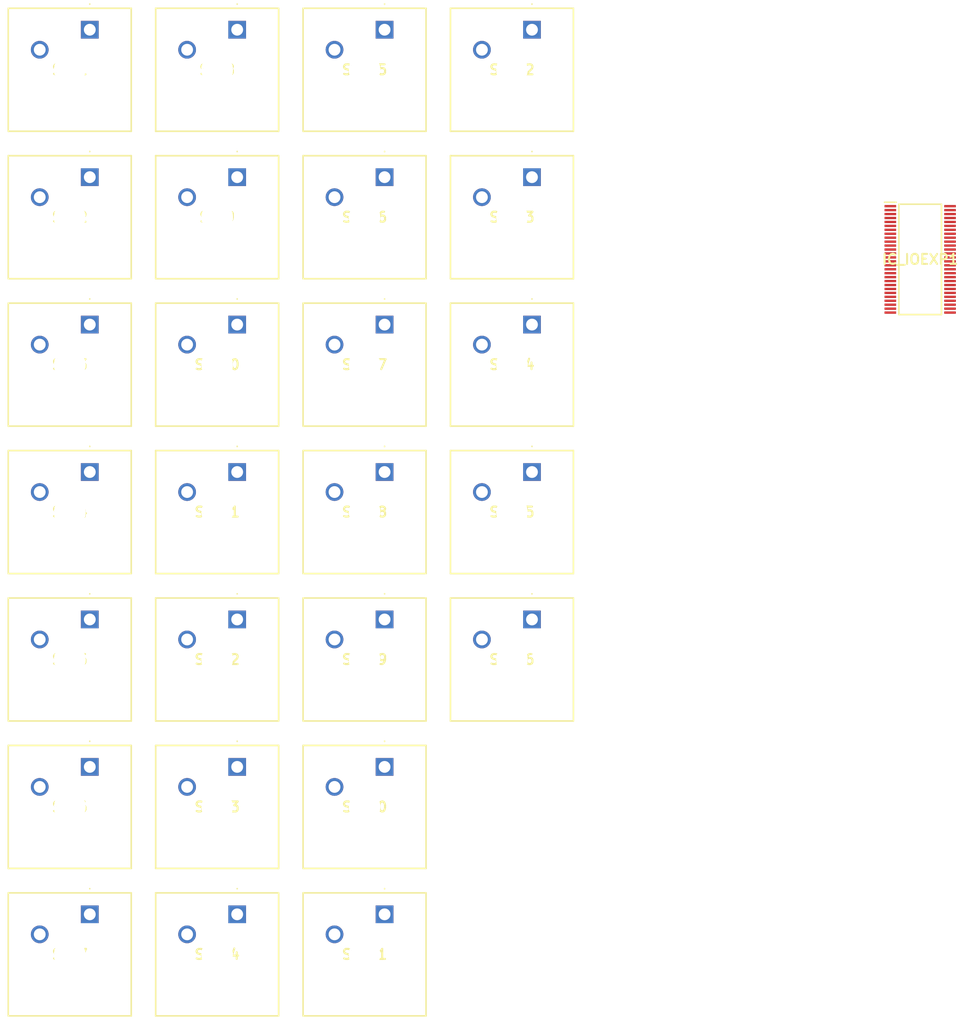
<source format=kicad_pcb>
(kicad_pcb (version 20240108) (generator "pcbnew") (generator_version "8.0")
  (title_block (title "PS-OHK") (date "2024-05-06") (rev "1") (company "Polymath-Studio"))
  (layers (0 "F.Cu" signal) (31 "B.Cu" signal) (34 "B.Paste" user) (35 "F.Paste" user) (36 "B.SilkS" user "B.Silkscreen") (37 "F.SilkS" user "F.Silkscreen") (38 "B.Mask" user) (39 "F.Mask" user) (44 "Edge.Cuts" user))
  (net 0 "")
  (net 1 "/KEY_B")
  (net 2 "GND")
  (net 3 "/KEY_C")
  (net 4 "/KEY_D")
  (net 5 "/KEY_E")
  (net 6 "/KEY_F")
  (net 7 "/KEY_G")
  (net 8 "/KEY_H")
  (net 9 "/KEY_I")
  (net 10 "/KEY_J")
  (net 11 "/KEY_K")
  (net 12 "/KEY_L")
  (net 13 "/KEY_M")
  (net 14 "/KEY_N")
  (net 15 "/KEY_O")
  (net 16 "/KEY_P")
  (net 17 "/KEY_Q")
  (net 18 "/KEY_R")
  (net 19 "/KEY_S")
  (net 20 "/KEY_T")
  (net 21 "/KEY_U")
  (net 22 "/KEY_V")
  (net 23 "/KEY_W")
  (net 24 "/KEY_X")
  (net 25 "/KEY_Y")
  (net 26 "/KEY_Z")
  (net 27 "/KEY_A")
  (footprint "COM-13834:COM13834" (layer "F.Cu") (at 115.96 127.42)
    (property "Reference" "S_A26" (at -2.54 5.08 0) (layer "F.SilkS") (effects (font (size 1.27 1.27) (thickness 0.254))))
    (property "Value" "~" (hide yes))
    (fp_line (start -10.34 -2.72) (end 5.26 -2.72) (stroke (width 0.2)) (layer "F.SilkS"))
    (fp_line (start -10.34 12.88) (end -10.34 -2.72) (stroke (width 0.2)) (layer "F.SilkS"))
    (fp_line (start 0 -3.3) (end 0 -3.3) (stroke (width 0.1)) (layer "F.SilkS"))
    (fp_line (start 0 -3.2) (end 0 -3.2) (stroke (width 0.1)) (layer "F.SilkS"))
    (fp_line (start 5.26 -2.72) (end 5.26 12.88) (stroke (width 0.2)) (layer "F.SilkS"))
    (fp_line (start 5.26 12.88) (end -10.34 12.88) (stroke (width 0.2)) (layer "F.SilkS"))
    (fp_arc (start 0 -3.3) (mid 0.05 -3.25) (end 0 -3.2) (stroke (width 0.1)) (layer "F.SilkS"))
    (fp_arc (start 0 -3.2) (mid -0.05 -3.25) (end 0 -3.3) (stroke (width 0.1)) (layer "F.SilkS"))
    (pad "" np_thru_hole circle (at -7.62 5.08) (size 1.7018 1.7018) (drill 1.7018) (layers "*.Cu" "*.Mask"))
    (pad "" np_thru_hole circle (at -2.54 5.08) (size 3.9878 3.9878) (drill 3.9878) (layers "*.Cu" "*.Mask"))
    (pad "" np_thru_hole circle (at 2.54 5.08) (size 1.7018 1.7018) (drill 1.7018) (layers "*.Cu" "*.Mask"))
    (pad "1" thru_hole rect (at 0 0) (size 2.248 2.248) (drill 1.4986) (layers "*.Cu" "*.Mask") (net 27 "/KEY_A"))
    (pad "2" thru_hole circle (at -6.35 2.54) (size 2.248 2.248) (drill 1.4986) (layers "*.Cu" "*.Mask") (net 2 "GND"))
  )
  (footprint "COM-13834:COM13834" (layer "F.Cu") (at 115.96 52.62)
    (property "Reference" "S_A22" (at -2.54 5.08 0) (layer "F.SilkS") (effects (font (size 1.27 1.27) (thickness 0.254))))
    (property "Value" "~" (hide yes))
    (fp_line (start -10.34 -2.72) (end 5.26 -2.72) (stroke (width 0.2)) (layer "F.SilkS"))
    (fp_line (start -10.34 12.88) (end -10.34 -2.72) (stroke (width 0.2)) (layer "F.SilkS"))
    (fp_line (start 0 -3.3) (end 0 -3.3) (stroke (width 0.1)) (layer "F.SilkS"))
    (fp_line (start 0 -3.2) (end 0 -3.2) (stroke (width 0.1)) (layer "F.SilkS"))
    (fp_line (start 5.26 -2.72) (end 5.26 12.88) (stroke (width 0.2)) (layer "F.SilkS"))
    (fp_line (start 5.26 12.88) (end -10.34 12.88) (stroke (width 0.2)) (layer "F.SilkS"))
    (fp_arc (start 0 -3.3) (mid 0.05 -3.25) (end 0 -3.2) (stroke (width 0.1)) (layer "F.SilkS"))
    (fp_arc (start 0 -3.2) (mid -0.05 -3.25) (end 0 -3.3) (stroke (width 0.1)) (layer "F.SilkS"))
    (pad "" np_thru_hole circle (at -7.62 5.08) (size 1.7018 1.7018) (drill 1.7018) (layers "*.Cu" "*.Mask"))
    (pad "" np_thru_hole circle (at -2.54 5.08) (size 3.9878 3.9878) (drill 3.9878) (layers "*.Cu" "*.Mask"))
    (pad "" np_thru_hole circle (at 2.54 5.08) (size 1.7018 1.7018) (drill 1.7018) (layers "*.Cu" "*.Mask"))
    (pad "1" thru_hole rect (at 0 0) (size 2.248 2.248) (drill 1.4986) (layers "*.Cu" "*.Mask") (net 23 "/KEY_W"))
    (pad "2" thru_hole circle (at -6.35 2.54) (size 2.248 2.248) (drill 1.4986) (layers "*.Cu" "*.Mask") (net 2 "GND"))
  )
  (footprint "COM-13834:COM13834" (layer "F.Cu") (at 59.86 108.72)
    (property "Reference" "S_A4" (at -2.54 5.08 0) (layer "F.SilkS") (effects (font (size 1.27 1.27) (thickness 0.254))))
    (property "Value" "~" (hide yes))
    (fp_line (start -10.34 -2.72) (end 5.26 -2.72) (stroke (width 0.2)) (layer "F.SilkS"))
    (fp_line (start -10.34 12.88) (end -10.34 -2.72) (stroke (width 0.2)) (layer "F.SilkS"))
    (fp_line (start 0 -3.3) (end 0 -3.3) (stroke (width 0.1)) (layer "F.SilkS"))
    (fp_line (start 0 -3.2) (end 0 -3.2) (stroke (width 0.1)) (layer "F.SilkS"))
    (fp_line (start 5.26 -2.72) (end 5.26 12.88) (stroke (width 0.2)) (layer "F.SilkS"))
    (fp_line (start 5.26 12.88) (end -10.34 12.88) (stroke (width 0.2)) (layer "F.SilkS"))
    (fp_arc (start 0 -3.3) (mid 0.05 -3.25) (end 0 -3.2) (stroke (width 0.1)) (layer "F.SilkS"))
    (fp_arc (start 0 -3.2) (mid -0.05 -3.25) (end 0 -3.3) (stroke (width 0.1)) (layer "F.SilkS"))
    (pad "" np_thru_hole circle (at -7.62 5.08) (size 1.7018 1.7018) (drill 1.7018) (layers "*.Cu" "*.Mask"))
    (pad "" np_thru_hole circle (at -2.54 5.08) (size 3.9878 3.9878) (drill 3.9878) (layers "*.Cu" "*.Mask"))
    (pad "" np_thru_hole circle (at 2.54 5.08) (size 1.7018 1.7018) (drill 1.7018) (layers "*.Cu" "*.Mask"))
    (pad "1" thru_hole rect (at 0 0) (size 2.248 2.248) (drill 1.4986) (layers "*.Cu" "*.Mask") (net 5 "/KEY_E"))
    (pad "2" thru_hole circle (at -6.35 2.54) (size 2.248 2.248) (drill 1.4986) (layers "*.Cu" "*.Mask") (net 2 "GND"))
  )
  (footprint "COM-13834:COM13834" (layer "F.Cu") (at 59.86 127.42)
    (property "Reference" "S_A5" (at -2.54 5.08 0) (layer "F.SilkS") (effects (font (size 1.27 1.27) (thickness 0.254))))
    (property "Value" "~" (hide yes))
    (fp_line (start -10.34 -2.72) (end 5.26 -2.72) (stroke (width 0.2)) (layer "F.SilkS"))
    (fp_line (start -10.34 12.88) (end -10.34 -2.72) (stroke (width 0.2)) (layer "F.SilkS"))
    (fp_line (start 0 -3.3) (end 0 -3.3) (stroke (width 0.1)) (layer "F.SilkS"))
    (fp_line (start 0 -3.2) (end 0 -3.2) (stroke (width 0.1)) (layer "F.SilkS"))
    (fp_line (start 5.26 -2.72) (end 5.26 12.88) (stroke (width 0.2)) (layer "F.SilkS"))
    (fp_line (start 5.26 12.88) (end -10.34 12.88) (stroke (width 0.2)) (layer "F.SilkS"))
    (fp_arc (start 0 -3.3) (mid 0.05 -3.25) (end 0 -3.2) (stroke (width 0.1)) (layer "F.SilkS"))
    (fp_arc (start 0 -3.2) (mid -0.05 -3.25) (end 0 -3.3) (stroke (width 0.1)) (layer "F.SilkS"))
    (pad "" np_thru_hole circle (at -7.62 5.08) (size 1.7018 1.7018) (drill 1.7018) (layers "*.Cu" "*.Mask"))
    (pad "" np_thru_hole circle (at -2.54 5.08) (size 3.9878 3.9878) (drill 3.9878) (layers "*.Cu" "*.Mask"))
    (pad "" np_thru_hole circle (at 2.54 5.08) (size 1.7018 1.7018) (drill 1.7018) (layers "*.Cu" "*.Mask"))
    (pad "1" thru_hole rect (at 0 0) (size 2.248 2.248) (drill 1.4986) (layers "*.Cu" "*.Mask") (net 6 "/KEY_F"))
    (pad "2" thru_hole circle (at -6.35 2.54) (size 2.248 2.248) (drill 1.4986) (layers "*.Cu" "*.Mask") (net 2 "GND"))
  )
  (footprint "COM-13834:COM13834" (layer "F.Cu") (at 78.56 146.12)
    (property "Reference" "S_A13" (at -2.54 5.08 0) (layer "F.SilkS") (effects (font (size 1.27 1.27) (thickness 0.254))))
    (property "Value" "~" (hide yes))
    (fp_line (start -10.34 -2.72) (end 5.26 -2.72) (stroke (width 0.2)) (layer "F.SilkS"))
    (fp_line (start -10.34 12.88) (end -10.34 -2.72) (stroke (width 0.2)) (layer "F.SilkS"))
    (fp_line (start 0 -3.3) (end 0 -3.3) (stroke (width 0.1)) (layer "F.SilkS"))
    (fp_line (start 0 -3.2) (end 0 -3.2) (stroke (width 0.1)) (layer "F.SilkS"))
    (fp_line (start 5.26 -2.72) (end 5.26 12.88) (stroke (width 0.2)) (layer "F.SilkS"))
    (fp_line (start 5.26 12.88) (end -10.34 12.88) (stroke (width 0.2)) (layer "F.SilkS"))
    (fp_arc (start 0 -3.3) (mid 0.05 -3.25) (end 0 -3.2) (stroke (width 0.1)) (layer "F.SilkS"))
    (fp_arc (start 0 -3.2) (mid -0.05 -3.25) (end 0 -3.3) (stroke (width 0.1)) (layer "F.SilkS"))
    (pad "" np_thru_hole circle (at -7.62 5.08) (size 1.7018 1.7018) (drill 1.7018) (layers "*.Cu" "*.Mask"))
    (pad "" np_thru_hole circle (at -2.54 5.08) (size 3.9878 3.9878) (drill 3.9878) (layers "*.Cu" "*.Mask"))
    (pad "" np_thru_hole circle (at 2.54 5.08) (size 1.7018 1.7018) (drill 1.7018) (layers "*.Cu" "*.Mask"))
    (pad "1" thru_hole rect (at 0 0) (size 2.248 2.248) (drill 1.4986) (layers "*.Cu" "*.Mask") (net 14 "/KEY_N"))
    (pad "2" thru_hole circle (at -6.35 2.54) (size 2.248 2.248) (drill 1.4986) (layers "*.Cu" "*.Mask") (net 2 "GND"))
  )
  (footprint "COM-13834:COM13834" (layer "F.Cu") (at 97.26 71.32)
    (property "Reference" "S_A16" (at -2.54 5.08 0) (layer "F.SilkS") (effects (font (size 1.27 1.27) (thickness 0.254))))
    (property "Value" "~" (hide yes))
    (fp_line (start -10.34 -2.72) (end 5.26 -2.72) (stroke (width 0.2)) (layer "F.SilkS"))
    (fp_line (start -10.34 12.88) (end -10.34 -2.72) (stroke (width 0.2)) (layer "F.SilkS"))
    (fp_line (start 0 -3.3) (end 0 -3.3) (stroke (width 0.1)) (layer "F.SilkS"))
    (fp_line (start 0 -3.2) (end 0 -3.2) (stroke (width 0.1)) (layer "F.SilkS"))
    (fp_line (start 5.26 -2.72) (end 5.26 12.88) (stroke (width 0.2)) (layer "F.SilkS"))
    (fp_line (start 5.26 12.88) (end -10.34 12.88) (stroke (width 0.2)) (layer "F.SilkS"))
    (fp_arc (start 0 -3.3) (mid 0.05 -3.25) (end 0 -3.2) (stroke (width 0.1)) (layer "F.SilkS"))
    (fp_arc (start 0 -3.2) (mid -0.05 -3.25) (end 0 -3.3) (stroke (width 0.1)) (layer "F.SilkS"))
    (pad "" np_thru_hole circle (at -7.62 5.08) (size 1.7018 1.7018) (drill 1.7018) (layers "*.Cu" "*.Mask"))
    (pad "" np_thru_hole circle (at -2.54 5.08) (size 3.9878 3.9878) (drill 3.9878) (layers "*.Cu" "*.Mask"))
    (pad "" np_thru_hole circle (at 2.54 5.08) (size 1.7018 1.7018) (drill 1.7018) (layers "*.Cu" "*.Mask"))
    (pad "1" thru_hole rect (at 0 0) (size 2.248 2.248) (drill 1.4986) (layers "*.Cu" "*.Mask") (net 17 "/KEY_Q"))
    (pad "2" thru_hole circle (at -6.35 2.54) (size 2.248 2.248) (drill 1.4986) (layers "*.Cu" "*.Mask") (net 2 "GND"))
  )
  (footprint "COM-13834:COM13834" (layer "F.Cu") (at 97.26 108.72)
    (property "Reference" "S_A18" (at -2.54 5.08 0) (layer "F.SilkS") (effects (font (size 1.27 1.27) (thickness 0.254))))
    (property "Value" "~" (hide yes))
    (fp_line (start -10.34 -2.72) (end 5.26 -2.72) (stroke (width 0.2)) (layer "F.SilkS"))
    (fp_line (start -10.34 12.88) (end -10.34 -2.72) (stroke (width 0.2)) (layer "F.SilkS"))
    (fp_line (start 0 -3.3) (end 0 -3.3) (stroke (width 0.1)) (layer "F.SilkS"))
    (fp_line (start 0 -3.2) (end 0 -3.2) (stroke (width 0.1)) (layer "F.SilkS"))
    (fp_line (start 5.26 -2.72) (end 5.26 12.88) (stroke (width 0.2)) (layer "F.SilkS"))
    (fp_line (start 5.26 12.88) (end -10.34 12.88) (stroke (width 0.2)) (layer "F.SilkS"))
    (fp_arc (start 0 -3.3) (mid 0.05 -3.25) (end 0 -3.2) (stroke (width 0.1)) (layer "F.SilkS"))
    (fp_arc (start 0 -3.2) (mid -0.05 -3.25) (end 0 -3.3) (stroke (width 0.1)) (layer "F.SilkS"))
    (pad "" np_thru_hole circle (at -7.62 5.08) (size 1.7018 1.7018) (drill 1.7018) (layers "*.Cu" "*.Mask"))
    (pad "" np_thru_hole circle (at -2.54 5.08) (size 3.9878 3.9878) (drill 3.9878) (layers "*.Cu" "*.Mask"))
    (pad "" np_thru_hole circle (at 2.54 5.08) (size 1.7018 1.7018) (drill 1.7018) (layers "*.Cu" "*.Mask"))
    (pad "1" thru_hole rect (at 0 0) (size 2.248 2.248) (drill 1.4986) (layers "*.Cu" "*.Mask") (net 19 "/KEY_S"))
    (pad "2" thru_hole circle (at -6.35 2.54) (size 2.248 2.248) (drill 1.4986) (layers "*.Cu" "*.Mask") (net 2 "GND"))
  )
  (footprint "COM-13834:COM13834" (layer "F.Cu") (at 78.56 90.02)
    (property "Reference" "S_A10" (at -2.54 5.08 0) (layer "F.SilkS") (effects (font (size 1.27 1.27) (thickness 0.254))))
    (property "Value" "~" (hide yes))
    (fp_line (start -10.34 -2.72) (end 5.26 -2.72) (stroke (width 0.2)) (layer "F.SilkS"))
    (fp_line (start -10.34 12.88) (end -10.34 -2.72) (stroke (width 0.2)) (layer "F.SilkS"))
    (fp_line (start 0 -3.3) (end 0 -3.3) (stroke (width 0.1)) (layer "F.SilkS"))
    (fp_line (start 0 -3.2) (end 0 -3.2) (stroke (width 0.1)) (layer "F.SilkS"))
    (fp_line (start 5.26 -2.72) (end 5.26 12.88) (stroke (width 0.2)) (layer "F.SilkS"))
    (fp_line (start 5.26 12.88) (end -10.34 12.88) (stroke (width 0.2)) (layer "F.SilkS"))
    (fp_arc (start 0 -3.3) (mid 0.05 -3.25) (end 0 -3.2) (stroke (width 0.1)) (layer "F.SilkS"))
    (fp_arc (start 0 -3.2) (mid -0.05 -3.25) (end 0 -3.3) (stroke (width 0.1)) (layer "F.SilkS"))
    (pad "" np_thru_hole circle (at -7.62 5.08) (size 1.7018 1.7018) (drill 1.7018) (layers "*.Cu" "*.Mask"))
    (pad "" np_thru_hole circle (at -2.54 5.08) (size 3.9878 3.9878) (drill 3.9878) (layers "*.Cu" "*.Mask"))
    (pad "" np_thru_hole circle (at 2.54 5.08) (size 1.7018 1.7018) (drill 1.7018) (layers "*.Cu" "*.Mask"))
    (pad "1" thru_hole rect (at 0 0) (size 2.248 2.248) (drill 1.4986) (layers "*.Cu" "*.Mask") (net 11 "/KEY_K"))
    (pad "2" thru_hole circle (at -6.35 2.54) (size 2.248 2.248) (drill 1.4986) (layers "*.Cu" "*.Mask") (net 2 "GND"))
  )
  (footprint "COM-13834:COM13834" (layer "F.Cu") (at 97.26 164.82)
    (property "Reference" "S_A21" (at -2.54 5.08 0) (layer "F.SilkS") (effects (font (size 1.27 1.27) (thickness 0.254))))
    (property "Value" "~" (hide yes))
    (fp_line (start -10.34 -2.72) (end 5.26 -2.72) (stroke (width 0.2)) (layer "F.SilkS"))
    (fp_line (start -10.34 12.88) (end -10.34 -2.72) (stroke (width 0.2)) (layer "F.SilkS"))
    (fp_line (start 0 -3.3) (end 0 -3.3) (stroke (width 0.1)) (layer "F.SilkS"))
    (fp_line (start 0 -3.2) (end 0 -3.2) (stroke (width 0.1)) (layer "F.SilkS"))
    (fp_line (start 5.26 -2.72) (end 5.26 12.88) (stroke (width 0.2)) (layer "F.SilkS"))
    (fp_line (start 5.26 12.88) (end -10.34 12.88) (stroke (width 0.2)) (layer "F.SilkS"))
    (fp_arc (start 0 -3.3) (mid 0.05 -3.25) (end 0 -3.2) (stroke (width 0.1)) (layer "F.SilkS"))
    (fp_arc (start 0 -3.2) (mid -0.05 -3.25) (end 0 -3.3) (stroke (width 0.1)) (layer "F.SilkS"))
    (pad "" np_thru_hole circle (at -7.62 5.08) (size 1.7018 1.7018) (drill 1.7018) (layers "*.Cu" "*.Mask"))
    (pad "" np_thru_hole circle (at -2.54 5.08) (size 3.9878 3.9878) (drill 3.9878) (layers "*.Cu" "*.Mask"))
    (pad "" np_thru_hole circle (at 2.54 5.08) (size 1.7018 1.7018) (drill 1.7018) (layers "*.Cu" "*.Mask"))
    (pad "1" thru_hole rect (at 0 0) (size 2.248 2.248) (drill 1.4986) (layers "*.Cu" "*.Mask") (net 22 "/KEY_V"))
    (pad "2" thru_hole circle (at -6.35 2.54) (size 2.248 2.248) (drill 1.4986) (layers "*.Cu" "*.Mask") (net 2 "GND"))
  )
  (footprint "COM-13834:COM13834" (layer "F.Cu") (at 115.96 71.32)
    (property "Reference" "S_A23" (at -2.54 5.08 0) (layer "F.SilkS") (effects (font (size 1.27 1.27) (thickness 0.254))))
    (property "Value" "~" (hide yes))
    (fp_line (start -10.34 -2.72) (end 5.26 -2.72) (stroke (width 0.2)) (layer "F.SilkS"))
    (fp_line (start -10.34 12.88) (end -10.34 -2.72) (stroke (width 0.2)) (layer "F.SilkS"))
    (fp_line (start 0 -3.3) (end 0 -3.3) (stroke (width 0.1)) (layer "F.SilkS"))
    (fp_line (start 0 -3.2) (end 0 -3.2) (stroke (width 0.1)) (layer "F.SilkS"))
    (fp_line (start 5.26 -2.72) (end 5.26 12.88) (stroke (width 0.2)) (layer "F.SilkS"))
    (fp_line (start 5.26 12.88) (end -10.34 12.88) (stroke (width 0.2)) (layer "F.SilkS"))
    (fp_arc (start 0 -3.3) (mid 0.05 -3.25) (end 0 -3.2) (stroke (width 0.1)) (layer "F.SilkS"))
    (fp_arc (start 0 -3.2) (mid -0.05 -3.25) (end 0 -3.3) (stroke (width 0.1)) (layer "F.SilkS"))
    (pad "" np_thru_hole circle (at -7.62 5.08) (size 1.7018 1.7018) (drill 1.7018) (layers "*.Cu" "*.Mask"))
    (pad "" np_thru_hole circle (at -2.54 5.08) (size 3.9878 3.9878) (drill 3.9878) (layers "*.Cu" "*.Mask"))
    (pad "" np_thru_hole circle (at 2.54 5.08) (size 1.7018 1.7018) (drill 1.7018) (layers "*.Cu" "*.Mask"))
    (pad "1" thru_hole rect (at 0 0) (size 2.248 2.248) (drill 1.4986) (layers "*.Cu" "*.Mask") (net 24 "/KEY_X"))
    (pad "2" thru_hole circle (at -6.35 2.54) (size 2.248 2.248) (drill 1.4986) (layers "*.Cu" "*.Mask") (net 2 "GND"))
  )
  (footprint "COM-13834:COM13834" (layer "F.Cu") (at 78.56 52.62)
    (property "Reference" "S_A8" (at -2.54 5.08 0) (layer "F.SilkS") (effects (font (size 1.27 1.27) (thickness 0.254))))
    (property "Value" "~" (hide yes))
    (fp_line (start -10.34 -2.72) (end 5.26 -2.72) (stroke (width 0.2)) (layer "F.SilkS"))
    (fp_line (start -10.34 12.88) (end -10.34 -2.72) (stroke (width 0.2)) (layer "F.SilkS"))
    (fp_line (start 0 -3.3) (end 0 -3.3) (stroke (width 0.1)) (layer "F.SilkS"))
    (fp_line (start 0 -3.2) (end 0 -3.2) (stroke (width 0.1)) (layer "F.SilkS"))
    (fp_line (start 5.26 -2.72) (end 5.26 12.88) (stroke (width 0.2)) (layer "F.SilkS"))
    (fp_line (start 5.26 12.88) (end -10.34 12.88) (stroke (width 0.2)) (layer "F.SilkS"))
    (fp_arc (start 0 -3.3) (mid 0.05 -3.25) (end 0 -3.2) (stroke (width 0.1)) (layer "F.SilkS"))
    (fp_arc (start 0 -3.2) (mid -0.05 -3.25) (end 0 -3.3) (stroke (width 0.1)) (layer "F.SilkS"))
    (pad "" np_thru_hole circle (at -7.62 5.08) (size 1.7018 1.7018) (drill 1.7018) (layers "*.Cu" "*.Mask"))
    (pad "" np_thru_hole circle (at -2.54 5.08) (size 3.9878 3.9878) (drill 3.9878) (layers "*.Cu" "*.Mask"))
    (pad "" np_thru_hole circle (at 2.54 5.08) (size 1.7018 1.7018) (drill 1.7018) (layers "*.Cu" "*.Mask"))
    (pad "1" thru_hole rect (at 0 0) (size 2.248 2.248) (drill 1.4986) (layers "*.Cu" "*.Mask") (net 9 "/KEY_I"))
    (pad "2" thru_hole circle (at -6.35 2.54) (size 2.248 2.248) (drill 1.4986) (layers "*.Cu" "*.Mask") (net 2 "GND"))
  )
  (footprint "COM-13834:COM13834" (layer "F.Cu") (at 78.56 71.32)
    (property "Reference" "S_A9" (at -2.54 5.08 0) (layer "F.SilkS") (effects (font (size 1.27 1.27) (thickness 0.254))))
    (property "Value" "~" (hide yes))
    (fp_line (start -10.34 -2.72) (end 5.26 -2.72) (stroke (width 0.2)) (layer "F.SilkS"))
    (fp_line (start -10.34 12.88) (end -10.34 -2.72) (stroke (width 0.2)) (layer "F.SilkS"))
    (fp_line (start 0 -3.3) (end 0 -3.3) (stroke (width 0.1)) (layer "F.SilkS"))
    (fp_line (start 0 -3.2) (end 0 -3.2) (stroke (width 0.1)) (layer "F.SilkS"))
    (fp_line (start 5.26 -2.72) (end 5.26 12.88) (stroke (width 0.2)) (layer "F.SilkS"))
    (fp_line (start 5.26 12.88) (end -10.34 12.88) (stroke (width 0.2)) (layer "F.SilkS"))
    (fp_arc (start 0 -3.3) (mid 0.05 -3.25) (end 0 -3.2) (stroke (width 0.1)) (layer "F.SilkS"))
    (fp_arc (start 0 -3.2) (mid -0.05 -3.25) (end 0 -3.3) (stroke (width 0.1)) (layer "F.SilkS"))
    (pad "" np_thru_hole circle (at -7.62 5.08) (size 1.7018 1.7018) (drill 1.7018) (layers "*.Cu" "*.Mask"))
    (pad "" np_thru_hole circle (at -2.54 5.08) (size 3.9878 3.9878) (drill 3.9878) (layers "*.Cu" "*.Mask"))
    (pad "" np_thru_hole circle (at 2.54 5.08) (size 1.7018 1.7018) (drill 1.7018) (layers "*.Cu" "*.Mask"))
    (pad "1" thru_hole rect (at 0 0) (size 2.248 2.248) (drill 1.4986) (layers "*.Cu" "*.Mask") (net 10 "/KEY_J"))
    (pad "2" thru_hole circle (at -6.35 2.54) (size 2.248 2.248) (drill 1.4986) (layers "*.Cu" "*.Mask") (net 2 "GND"))
  )
  (footprint "COM-13834:COM13834" (layer "F.Cu") (at 78.56 127.42)
    (property "Reference" "S_A12" (at -2.54 5.08 0) (layer "F.SilkS") (effects (font (size 1.27 1.27) (thickness 0.254))))
    (property "Value" "~" (hide yes))
    (fp_line (start -10.34 -2.72) (end 5.26 -2.72) (stroke (width 0.2)) (layer "F.SilkS"))
    (fp_line (start -10.34 12.88) (end -10.34 -2.72) (stroke (width 0.2)) (layer "F.SilkS"))
    (fp_line (start 0 -3.3) (end 0 -3.3) (stroke (width 0.1)) (layer "F.SilkS"))
    (fp_line (start 0 -3.2) (end 0 -3.2) (stroke (width 0.1)) (layer "F.SilkS"))
    (fp_line (start 5.26 -2.72) (end 5.26 12.88) (stroke (width 0.2)) (layer "F.SilkS"))
    (fp_line (start 5.26 12.88) (end -10.34 12.88) (stroke (width 0.2)) (layer "F.SilkS"))
    (fp_arc (start 0 -3.3) (mid 0.05 -3.25) (end 0 -3.2) (stroke (width 0.1)) (layer "F.SilkS"))
    (fp_arc (start 0 -3.2) (mid -0.05 -3.25) (end 0 -3.3) (stroke (width 0.1)) (layer "F.SilkS"))
    (pad "" np_thru_hole circle (at -7.62 5.08) (size 1.7018 1.7018) (drill 1.7018) (layers "*.Cu" "*.Mask"))
    (pad "" np_thru_hole circle (at -2.54 5.08) (size 3.9878 3.9878) (drill 3.9878) (layers "*.Cu" "*.Mask"))
    (pad "" np_thru_hole circle (at 2.54 5.08) (size 1.7018 1.7018) (drill 1.7018) (layers "*.Cu" "*.Mask"))
    (pad "1" thru_hole rect (at 0 0) (size 2.248 2.248) (drill 1.4986) (layers "*.Cu" "*.Mask") (net 13 "/KEY_M"))
    (pad "2" thru_hole circle (at -6.35 2.54) (size 2.248 2.248) (drill 1.4986) (layers "*.Cu" "*.Mask") (net 2 "GND"))
  )
  (footprint "COM-13834:COM13834" (layer "F.Cu") (at 97.26 90.02)
    (property "Reference" "S_A17" (at -2.54 5.08 0) (layer "F.SilkS") (effects (font (size 1.27 1.27) (thickness 0.254))))
    (property "Value" "~" (hide yes))
    (fp_line (start -10.34 -2.72) (end 5.26 -2.72) (stroke (width 0.2)) (layer "F.SilkS"))
    (fp_line (start -10.34 12.88) (end -10.34 -2.72) (stroke (width 0.2)) (layer "F.SilkS"))
    (fp_line (start 0 -3.3) (end 0 -3.3) (stroke (width 0.1)) (layer "F.SilkS"))
    (fp_line (start 0 -3.2) (end 0 -3.2) (stroke (width 0.1)) (layer "F.SilkS"))
    (fp_line (start 5.26 -2.72) (end 5.26 12.88) (stroke (width 0.2)) (layer "F.SilkS"))
    (fp_line (start 5.26 12.88) (end -10.34 12.88) (stroke (width 0.2)) (layer "F.SilkS"))
    (fp_arc (start 0 -3.3) (mid 0.05 -3.25) (end 0 -3.2) (stroke (width 0.1)) (layer "F.SilkS"))
    (fp_arc (start 0 -3.2) (mid -0.05 -3.25) (end 0 -3.3) (stroke (width 0.1)) (layer "F.SilkS"))
    (pad "" np_thru_hole circle (at -7.62 5.08) (size 1.7018 1.7018) (drill 1.7018) (layers "*.Cu" "*.Mask"))
    (pad "" np_thru_hole circle (at -2.54 5.08) (size 3.9878 3.9878) (drill 3.9878) (layers "*.Cu" "*.Mask"))
    (pad "" np_thru_hole circle (at 2.54 5.08) (size 1.7018 1.7018) (drill 1.7018) (layers "*.Cu" "*.Mask"))
    (pad "1" thru_hole rect (at 0 0) (size 2.248 2.248) (drill 1.4986) (layers "*.Cu" "*.Mask") (net 18 "/KEY_R"))
    (pad "2" thru_hole circle (at -6.35 2.54) (size 2.248 2.248) (drill 1.4986) (layers "*.Cu" "*.Mask") (net 2 "GND"))
  )
  (footprint "COM-13834:COM13834" (layer "F.Cu") (at 115.96 90.02)
    (property "Reference" "S_A24" (at -2.54 5.08 0) (layer "F.SilkS") (effects (font (size 1.27 1.27) (thickness 0.254))))
    (property "Value" "~" (hide yes))
    (fp_line (start -10.34 -2.72) (end 5.26 -2.72) (stroke (width 0.2)) (layer "F.SilkS"))
    (fp_line (start -10.34 12.88) (end -10.34 -2.72) (stroke (width 0.2)) (layer "F.SilkS"))
    (fp_line (start 0 -3.3) (end 0 -3.3) (stroke (width 0.1)) (layer "F.SilkS"))
    (fp_line (start 0 -3.2) (end 0 -3.2) (stroke (width 0.1)) (layer "F.SilkS"))
    (fp_line (start 5.26 -2.72) (end 5.26 12.88) (stroke (width 0.2)) (layer "F.SilkS"))
    (fp_line (start 5.26 12.88) (end -10.34 12.88) (stroke (width 0.2)) (layer "F.SilkS"))
    (fp_arc (start 0 -3.3) (mid 0.05 -3.25) (end 0 -3.2) (stroke (width 0.1)) (layer "F.SilkS"))
    (fp_arc (start 0 -3.2) (mid -0.05 -3.25) (end 0 -3.3) (stroke (width 0.1)) (layer "F.SilkS"))
    (pad "" np_thru_hole circle (at -7.62 5.08) (size 1.7018 1.7018) (drill 1.7018) (layers "*.Cu" "*.Mask"))
    (pad "" np_thru_hole circle (at -2.54 5.08) (size 3.9878 3.9878) (drill 3.9878) (layers "*.Cu" "*.Mask"))
    (pad "" np_thru_hole circle (at 2.54 5.08) (size 1.7018 1.7018) (drill 1.7018) (layers "*.Cu" "*.Mask"))
    (pad "1" thru_hole rect (at 0 0) (size 2.248 2.248) (drill 1.4986) (layers "*.Cu" "*.Mask") (net 25 "/KEY_Y"))
    (pad "2" thru_hole circle (at -6.35 2.54) (size 2.248 2.248) (drill 1.4986) (layers "*.Cu" "*.Mask") (net 2 "GND"))
  )
  (footprint "COM-13834:COM13834" (layer "F.Cu") (at 59.86 90.02)
    (property "Reference" "S_A3" (at -2.54 5.08 0) (layer "F.SilkS") (effects (font (size 1.27 1.27) (thickness 0.254))))
    (property "Value" "~" (hide yes))
    (fp_line (start -10.34 -2.72) (end 5.26 -2.72) (stroke (width 0.2)) (layer "F.SilkS"))
    (fp_line (start -10.34 12.88) (end -10.34 -2.72) (stroke (width 0.2)) (layer "F.SilkS"))
    (fp_line (start 0 -3.3) (end 0 -3.3) (stroke (width 0.1)) (layer "F.SilkS"))
    (fp_line (start 0 -3.2) (end 0 -3.2) (stroke (width 0.1)) (layer "F.SilkS"))
    (fp_line (start 5.26 -2.72) (end 5.26 12.88) (stroke (width 0.2)) (layer "F.SilkS"))
    (fp_line (start 5.26 12.88) (end -10.34 12.88) (stroke (width 0.2)) (layer "F.SilkS"))
    (fp_arc (start 0 -3.3) (mid 0.05 -3.25) (end 0 -3.2) (stroke (width 0.1)) (layer "F.SilkS"))
    (fp_arc (start 0 -3.2) (mid -0.05 -3.25) (end 0 -3.3) (stroke (width 0.1)) (layer "F.SilkS"))
    (pad "" np_thru_hole circle (at -7.62 5.08) (size 1.7018 1.7018) (drill 1.7018) (layers "*.Cu" "*.Mask"))
    (pad "" np_thru_hole circle (at -2.54 5.08) (size 3.9878 3.9878) (drill 3.9878) (layers "*.Cu" "*.Mask"))
    (pad "" np_thru_hole circle (at 2.54 5.08) (size 1.7018 1.7018) (drill 1.7018) (layers "*.Cu" "*.Mask"))
    (pad "1" thru_hole rect (at 0 0) (size 2.248 2.248) (drill 1.4986) (layers "*.Cu" "*.Mask") (net 4 "/KEY_D"))
    (pad "2" thru_hole circle (at -6.35 2.54) (size 2.248 2.248) (drill 1.4986) (layers "*.Cu" "*.Mask") (net 2 "GND"))
  )
  (footprint "COM-13834:COM13834" (layer "F.Cu") (at 78.56 164.82)
    (property "Reference" "S_A14" (at -2.54 5.08 0) (layer "F.SilkS") (effects (font (size 1.27 1.27) (thickness 0.254))))
    (property "Value" "~" (hide yes))
    (fp_line (start -10.34 -2.72) (end 5.26 -2.72) (stroke (width 0.2)) (layer "F.SilkS"))
    (fp_line (start -10.34 12.88) (end -10.34 -2.72) (stroke (width 0.2)) (layer "F.SilkS"))
    (fp_line (start 0 -3.3) (end 0 -3.3) (stroke (width 0.1)) (layer "F.SilkS"))
    (fp_line (start 0 -3.2) (end 0 -3.2) (stroke (width 0.1)) (layer "F.SilkS"))
    (fp_line (start 5.26 -2.72) (end 5.26 12.88) (stroke (width 0.2)) (layer "F.SilkS"))
    (fp_line (start 5.26 12.88) (end -10.34 12.88) (stroke (width 0.2)) (layer "F.SilkS"))
    (fp_arc (start 0 -3.3) (mid 0.05 -3.25) (end 0 -3.2) (stroke (width 0.1)) (layer "F.SilkS"))
    (fp_arc (start 0 -3.2) (mid -0.05 -3.25) (end 0 -3.3) (stroke (width 0.1)) (layer "F.SilkS"))
    (pad "" np_thru_hole circle (at -7.62 5.08) (size 1.7018 1.7018) (drill 1.7018) (layers "*.Cu" "*.Mask"))
    (pad "" np_thru_hole circle (at -2.54 5.08) (size 3.9878 3.9878) (drill 3.9878) (layers "*.Cu" "*.Mask"))
    (pad "" np_thru_hole circle (at 2.54 5.08) (size 1.7018 1.7018) (drill 1.7018) (layers "*.Cu" "*.Mask"))
    (pad "1" thru_hole rect (at 0 0) (size 2.248 2.248) (drill 1.4986) (layers "*.Cu" "*.Mask") (net 15 "/KEY_O"))
    (pad "2" thru_hole circle (at -6.35 2.54) (size 2.248 2.248) (drill 1.4986) (layers "*.Cu" "*.Mask") (net 2 "GND"))
  )
  (footprint "COM-13834:COM13834" (layer "F.Cu") (at 97.26 146.12)
    (property "Reference" "S_A20" (at -2.54 5.08 0) (layer "F.SilkS") (effects (font (size 1.27 1.27) (thickness 0.254))))
    (property "Value" "~" (hide yes))
    (fp_line (start -10.34 -2.72) (end 5.26 -2.72) (stroke (width 0.2)) (layer "F.SilkS"))
    (fp_line (start -10.34 12.88) (end -10.34 -2.72) (stroke (width 0.2)) (layer "F.SilkS"))
    (fp_line (start 0 -3.3) (end 0 -3.3) (stroke (width 0.1)) (layer "F.SilkS"))
    (fp_line (start 0 -3.2) (end 0 -3.2) (stroke (width 0.1)) (layer "F.SilkS"))
    (fp_line (start 5.26 -2.72) (end 5.26 12.88) (stroke (width 0.2)) (layer "F.SilkS"))
    (fp_line (start 5.26 12.88) (end -10.34 12.88) (stroke (width 0.2)) (layer "F.SilkS"))
    (fp_arc (start 0 -3.3) (mid 0.05 -3.25) (end 0 -3.2) (stroke (width 0.1)) (layer "F.SilkS"))
    (fp_arc (start 0 -3.2) (mid -0.05 -3.25) (end 0 -3.3) (stroke (width 0.1)) (layer "F.SilkS"))
    (pad "" np_thru_hole circle (at -7.62 5.08) (size 1.7018 1.7018) (drill 1.7018) (layers "*.Cu" "*.Mask"))
    (pad "" np_thru_hole circle (at -2.54 5.08) (size 3.9878 3.9878) (drill 3.9878) (layers "*.Cu" "*.Mask"))
    (pad "" np_thru_hole circle (at 2.54 5.08) (size 1.7018 1.7018) (drill 1.7018) (layers "*.Cu" "*.Mask"))
    (pad "1" thru_hole rect (at 0 0) (size 2.248 2.248) (drill 1.4986) (layers "*.Cu" "*.Mask") (net 21 "/KEY_U"))
    (pad "2" thru_hole circle (at -6.35 2.54) (size 2.248 2.248) (drill 1.4986) (layers "*.Cu" "*.Mask") (net 2 "GND"))
  )
  (footprint "COM-13834:COM13834" (layer "F.Cu") (at 59.86 146.12)
    (property "Reference" "S_A6" (at -2.54 5.08 0) (layer "F.SilkS") (effects (font (size 1.27 1.27) (thickness 0.254))))
    (property "Value" "~" (hide yes))
    (fp_line (start -10.34 -2.72) (end 5.26 -2.72) (stroke (width 0.2)) (layer "F.SilkS"))
    (fp_line (start -10.34 12.88) (end -10.34 -2.72) (stroke (width 0.2)) (layer "F.SilkS"))
    (fp_line (start 0 -3.3) (end 0 -3.3) (stroke (width 0.1)) (layer "F.SilkS"))
    (fp_line (start 0 -3.2) (end 0 -3.2) (stroke (width 0.1)) (layer "F.SilkS"))
    (fp_line (start 5.26 -2.72) (end 5.26 12.88) (stroke (width 0.2)) (layer "F.SilkS"))
    (fp_line (start 5.26 12.88) (end -10.34 12.88) (stroke (width 0.2)) (layer "F.SilkS"))
    (fp_arc (start 0 -3.3) (mid 0.05 -3.25) (end 0 -3.2) (stroke (width 0.1)) (layer "F.SilkS"))
    (fp_arc (start 0 -3.2) (mid -0.05 -3.25) (end 0 -3.3) (stroke (width 0.1)) (layer "F.SilkS"))
    (pad "" np_thru_hole circle (at -7.62 5.08) (size 1.7018 1.7018) (drill 1.7018) (layers "*.Cu" "*.Mask"))
    (pad "" np_thru_hole circle (at -2.54 5.08) (size 3.9878 3.9878) (drill 3.9878) (layers "*.Cu" "*.Mask"))
    (pad "" np_thru_hole circle (at 2.54 5.08) (size 1.7018 1.7018) (drill 1.7018) (layers "*.Cu" "*.Mask"))
    (pad "1" thru_hole rect (at 0 0) (size 2.248 2.248) (drill 1.4986) (layers "*.Cu" "*.Mask") (net 7 "/KEY_G"))
    (pad "2" thru_hole circle (at -6.35 2.54) (size 2.248 2.248) (drill 1.4986) (layers "*.Cu" "*.Mask") (net 2 "GND"))
  )
  (footprint "COM-13834:COM13834" (layer "F.Cu") (at 78.56 108.72)
    (property "Reference" "S_A11" (at -2.54 5.08 0) (layer "F.SilkS") (effects (font (size 1.27 1.27) (thickness 0.254))))
    (property "Value" "~" (hide yes))
    (fp_line (start -10.34 -2.72) (end 5.26 -2.72) (stroke (width 0.2)) (layer "F.SilkS"))
    (fp_line (start -10.34 12.88) (end -10.34 -2.72) (stroke (width 0.2)) (layer "F.SilkS"))
    (fp_line (start 0 -3.3) (end 0 -3.3) (stroke (width 0.1)) (layer "F.SilkS"))
    (fp_line (start 0 -3.2) (end 0 -3.2) (stroke (width 0.1)) (layer "F.SilkS"))
    (fp_line (start 5.26 -2.72) (end 5.26 12.88) (stroke (width 0.2)) (layer "F.SilkS"))
    (fp_line (start 5.26 12.88) (end -10.34 12.88) (stroke (width 0.2)) (layer "F.SilkS"))
    (fp_arc (start 0 -3.3) (mid 0.05 -3.25) (end 0 -3.2) (stroke (width 0.1)) (layer "F.SilkS"))
    (fp_arc (start 0 -3.2) (mid -0.05 -3.25) (end 0 -3.3) (stroke (width 0.1)) (layer "F.SilkS"))
    (pad "" np_thru_hole circle (at -7.62 5.08) (size 1.7018 1.7018) (drill 1.7018) (layers "*.Cu" "*.Mask"))
    (pad "" np_thru_hole circle (at -2.54 5.08) (size 3.9878 3.9878) (drill 3.9878) (layers "*.Cu" "*.Mask"))
    (pad "" np_thru_hole circle (at 2.54 5.08) (size 1.7018 1.7018) (drill 1.7018) (layers "*.Cu" "*.Mask"))
    (pad "1" thru_hole rect (at 0 0) (size 2.248 2.248) (drill 1.4986) (layers "*.Cu" "*.Mask") (net 12 "/KEY_L"))
    (pad "2" thru_hole circle (at -6.35 2.54) (size 2.248 2.248) (drill 1.4986) (layers "*.Cu" "*.Mask") (net 2 "GND"))
  )
  (footprint "COM-13834:COM13834" (layer "F.Cu") (at 97.26 52.62)
    (property "Reference" "S_A15" (at -2.54 5.08 0) (layer "F.SilkS") (effects (font (size 1.27 1.27) (thickness 0.254))))
    (property "Value" "~" (hide yes))
    (fp_line (start -10.34 -2.72) (end 5.26 -2.72) (stroke (width 0.2)) (layer "F.SilkS"))
    (fp_line (start -10.34 12.88) (end -10.34 -2.72) (stroke (width 0.2)) (layer "F.SilkS"))
    (fp_line (start 0 -3.3) (end 0 -3.3) (stroke (width 0.1)) (layer "F.SilkS"))
    (fp_line (start 0 -3.2) (end 0 -3.2) (stroke (width 0.1)) (layer "F.SilkS"))
    (fp_line (start 5.26 -2.72) (end 5.26 12.88) (stroke (width 0.2)) (layer "F.SilkS"))
    (fp_line (start 5.26 12.88) (end -10.34 12.88) (stroke (width 0.2)) (layer "F.SilkS"))
    (fp_arc (start 0 -3.3) (mid 0.05 -3.25) (end 0 -3.2) (stroke (width 0.1)) (layer "F.SilkS"))
    (fp_arc (start 0 -3.2) (mid -0.05 -3.25) (end 0 -3.3) (stroke (width 0.1)) (layer "F.SilkS"))
    (pad "" np_thru_hole circle (at -7.62 5.08) (size 1.7018 1.7018) (drill 1.7018) (layers "*.Cu" "*.Mask"))
    (pad "" np_thru_hole circle (at -2.54 5.08) (size 3.9878 3.9878) (drill 3.9878) (layers "*.Cu" "*.Mask"))
    (pad "" np_thru_hole circle (at 2.54 5.08) (size 1.7018 1.7018) (drill 1.7018) (layers "*.Cu" "*.Mask"))
    (pad "1" thru_hole rect (at 0 0) (size 2.248 2.248) (drill 1.4986) (layers "*.Cu" "*.Mask") (net 16 "/KEY_P"))
    (pad "2" thru_hole circle (at -6.35 2.54) (size 2.248 2.248) (drill 1.4986) (layers "*.Cu" "*.Mask") (net 2 "GND"))
  )
  (footprint "COM-13834:COM13834" (layer "F.Cu") (at 59.86 71.32)
    (property "Reference" "S_A2" (at -2.54 5.08 0) (layer "F.SilkS") (effects (font (size 1.27 1.27) (thickness 0.254))))
    (property "Value" "~" (hide yes))
    (fp_line (start -10.34 -2.72) (end 5.26 -2.72) (stroke (width 0.2)) (layer "F.SilkS"))
    (fp_line (start -10.34 12.88) (end -10.34 -2.72) (stroke (width 0.2)) (layer "F.SilkS"))
    (fp_line (start 0 -3.3) (end 0 -3.3) (stroke (width 0.1)) (layer "F.SilkS"))
    (fp_line (start 0 -3.2) (end 0 -3.2) (stroke (width 0.1)) (layer "F.SilkS"))
    (fp_line (start 5.26 -2.72) (end 5.26 12.88) (stroke (width 0.2)) (layer "F.SilkS"))
    (fp_line (start 5.26 12.88) (end -10.34 12.88) (stroke (width 0.2)) (layer "F.SilkS"))
    (fp_arc (start 0 -3.3) (mid 0.05 -3.25) (end 0 -3.2) (stroke (width 0.1)) (layer "F.SilkS"))
    (fp_arc (start 0 -3.2) (mid -0.05 -3.25) (end 0 -3.3) (stroke (width 0.1)) (layer "F.SilkS"))
    (pad "" np_thru_hole circle (at -7.62 5.08) (size 1.7018 1.7018) (drill 1.7018) (layers "*.Cu" "*.Mask"))
    (pad "" np_thru_hole circle (at -2.54 5.08) (size 3.9878 3.9878) (drill 3.9878) (layers "*.Cu" "*.Mask"))
    (pad "" np_thru_hole circle (at 2.54 5.08) (size 1.7018 1.7018) (drill 1.7018) (layers "*.Cu" "*.Mask"))
    (pad "1" thru_hole rect (at 0 0) (size 2.248 2.248) (drill 1.4986) (layers "*.Cu" "*.Mask") (net 3 "/KEY_C"))
    (pad "2" thru_hole circle (at -6.35 2.54) (size 2.248 2.248) (drill 1.4986) (layers "*.Cu" "*.Mask") (net 2 "GND"))
  )
  (footprint "COM-13834:COM13834" (layer "F.Cu") (at 59.86 164.82)
    (property "Reference" "S_A7" (at -2.54 5.08 0) (layer "F.SilkS") (effects (font (size 1.27 1.27) (thickness 0.254))))
    (property "Value" "~" (hide yes))
    (fp_line (start -10.34 -2.72) (end 5.26 -2.72) (stroke (width 0.2)) (layer "F.SilkS"))
    (fp_line (start -10.34 12.88) (end -10.34 -2.72) (stroke (width 0.2)) (layer "F.SilkS"))
    (fp_line (start 0 -3.3) (end 0 -3.3) (stroke (width 0.1)) (layer "F.SilkS"))
    (fp_line (start 0 -3.2) (end 0 -3.2) (stroke (width 0.1)) (layer "F.SilkS"))
    (fp_line (start 5.26 -2.72) (end 5.26 12.88) (stroke (width 0.2)) (layer "F.SilkS"))
    (fp_line (start 5.26 12.88) (end -10.34 12.88) (stroke (width 0.2)) (layer "F.SilkS"))
    (fp_arc (start 0 -3.3) (mid 0.05 -3.25) (end 0 -3.2) (stroke (width 0.1)) (layer "F.SilkS"))
    (fp_arc (start 0 -3.2) (mid -0.05 -3.25) (end 0 -3.3) (stroke (width 0.1)) (layer "F.SilkS"))
    (pad "" np_thru_hole circle (at -7.62 5.08) (size 1.7018 1.7018) (drill 1.7018) (layers "*.Cu" "*.Mask"))
    (pad "" np_thru_hole circle (at -2.54 5.08) (size 3.9878 3.9878) (drill 3.9878) (layers "*.Cu" "*.Mask"))
    (pad "" np_thru_hole circle (at 2.54 5.08) (size 1.7018 1.7018) (drill 1.7018) (layers "*.Cu" "*.Mask"))
    (pad "1" thru_hole rect (at 0 0) (size 2.248 2.248) (drill 1.4986) (layers "*.Cu" "*.Mask") (net 8 "/KEY_H"))
    (pad "2" thru_hole circle (at -6.35 2.54) (size 2.248 2.248) (drill 1.4986) (layers "*.Cu" "*.Mask") (net 2 "GND"))
  )
  (footprint "COM-13834:COM13834" (layer "F.Cu") (at 59.86 52.62)
    (property "Reference" "S_A1" (at -2.54 5.08 0) (layer "F.SilkS") (effects (font (size 1.27 1.27) (thickness 0.254))))
    (property "Value" "~" (hide yes))
    (fp_line (start -10.34 -2.72) (end 5.26 -2.72) (stroke (width 0.2)) (layer "F.SilkS"))
    (fp_line (start -10.34 12.88) (end -10.34 -2.72) (stroke (width 0.2)) (layer "F.SilkS"))
    (fp_line (start 0 -3.3) (end 0 -3.3) (stroke (width 0.1)) (layer "F.SilkS"))
    (fp_line (start 0 -3.2) (end 0 -3.2) (stroke (width 0.1)) (layer "F.SilkS"))
    (fp_line (start 5.26 -2.72) (end 5.26 12.88) (stroke (width 0.2)) (layer "F.SilkS"))
    (fp_line (start 5.26 12.88) (end -10.34 12.88) (stroke (width 0.2)) (layer "F.SilkS"))
    (fp_arc (start 0 -3.3) (mid 0.05 -3.25) (end 0 -3.2) (stroke (width 0.1)) (layer "F.SilkS"))
    (fp_arc (start 0 -3.2) (mid -0.05 -3.25) (end 0 -3.3) (stroke (width 0.1)) (layer "F.SilkS"))
    (pad "" np_thru_hole circle (at -7.62 5.08) (size 1.7018 1.7018) (drill 1.7018) (layers "*.Cu" "*.Mask"))
    (pad "" np_thru_hole circle (at -2.54 5.08) (size 3.9878 3.9878) (drill 3.9878) (layers "*.Cu" "*.Mask"))
    (pad "" np_thru_hole circle (at 2.54 5.08) (size 1.7018 1.7018) (drill 1.7018) (layers "*.Cu" "*.Mask"))
    (pad "1" thru_hole rect (at 0 0) (size 2.248 2.248) (drill 1.4986) (layers "*.Cu" "*.Mask") (net 1 "/KEY_B"))
    (pad "2" thru_hole circle (at -6.35 2.54) (size 2.248 2.248) (drill 1.4986) (layers "*.Cu" "*.Mask") (net 2 "GND"))
  )
  (footprint "PCA9505DGGY:SOP50P810X120-56N" (layer "F.Cu") (at 165.212 81.75)
    (property "Reference" "IC_IOEXP1" (at 0 0 0) (layer "F.SilkS") (effects (font (size 1.27 1.27) (thickness 0.254))))
    (property "Value" "PCA9505DGGY" (hide yes))
    (fp_line (start -4.525 -7.25) (end -3.05 -7.25) (stroke (width 0.2)) (layer "F.SilkS"))
    (fp_line (start -2.7 -7) (end 2.7 -7) (stroke (width 0.2)) (layer "F.SilkS"))
    (fp_line (start -2.7 7) (end -2.7 -7) (stroke (width 0.2)) (layer "F.SilkS"))
    (fp_line (start 2.7 -7) (end 2.7 7) (stroke (width 0.2)) (layer "F.SilkS"))
    (fp_line (start 2.7 7) (end -2.7 7) (stroke (width 0.2)) (layer "F.SilkS"))
    (pad "1" smd rect (at -3.788 -6.75 90) (size 0.3 1.475) (layers "F.Cu" "F.Paste" "F.Mask"))
    (pad "2" smd rect (at -3.788 -6.25 90) (size 0.3 1.475) (layers "F.Cu" "F.Paste" "F.Mask"))
    (pad "3" smd rect (at -3.788 -5.75 90) (size 0.3 1.475) (layers "F.Cu" "F.Paste" "F.Mask"))
    (pad "4" smd rect (at -3.788 -5.25 90) (size 0.3 1.475) (layers "F.Cu" "F.Paste" "F.Mask"))
    (pad "5" smd rect (at -3.788 -4.75 90) (size 0.3 1.475) (layers "F.Cu" "F.Paste" "F.Mask"))
    (pad "6" smd rect (at -3.788 -4.25 90) (size 0.3 1.475) (layers "F.Cu" "F.Paste" "F.Mask"))
    (pad "7" smd rect (at -3.788 -3.75 90) (size 0.3 1.475) (layers "F.Cu" "F.Paste" "F.Mask"))
    (pad "8" smd rect (at -3.788 -3.25 90) (size 0.3 1.475) (layers "F.Cu" "F.Paste" "F.Mask"))
    (pad "9" smd rect (at -3.788 -2.75 90) (size 0.3 1.475) (layers "F.Cu" "F.Paste" "F.Mask"))
    (pad "10" smd rect (at -3.788 -2.25 90) (size 0.3 1.475) (layers "F.Cu" "F.Paste" "F.Mask"))
    (pad "11" smd rect (at -3.788 -1.75 90) (size 0.3 1.475) (layers "F.Cu" "F.Paste" "F.Mask"))
    (pad "12" smd rect (at -3.788 -1.25 90) (size 0.3 1.475) (layers "F.Cu" "F.Paste" "F.Mask"))
    (pad "13" smd rect (at -3.788 -0.75 90) (size 0.3 1.475) (layers "F.Cu" "F.Paste" "F.Mask"))
    (pad "14" smd rect (at -3.788 -0.25 90) (size 0.3 1.475) (layers "F.Cu" "F.Paste" "F.Mask"))
    (pad "15" smd rect (at -3.788 0.25 90) (size 0.3 1.475) (layers "F.Cu" "F.Paste" "F.Mask"))
    (pad "16" smd rect (at -3.788 0.75 90) (size 0.3 1.475) (layers "F.Cu" "F.Paste" "F.Mask"))
    (pad "17" smd rect (at -3.788 1.25 90) (size 0.3 1.475) (layers "F.Cu" "F.Paste" "F.Mask"))
    (pad "18" smd rect (at -3.788 1.75 90) (size 0.3 1.475) (layers "F.Cu" "F.Paste" "F.Mask"))
    (pad "19" smd rect (at -3.788 2.25 90) (size 0.3 1.475) (layers "F.Cu" "F.Paste" "F.Mask"))
    (pad "20" smd rect (at -3.788 2.75 90) (size 0.3 1.475) (layers "F.Cu" "F.Paste" "F.Mask"))
    (pad "21" smd rect (at -3.788 3.25 90) (size 0.3 1.475) (layers "F.Cu" "F.Paste" "F.Mask"))
    (pad "22" smd rect (at -3.788 3.75 90) (size 0.3 1.475) (layers "F.Cu" "F.Paste" "F.Mask"))
    (pad "23" smd rect (at -3.788 4.25 90) (size 0.3 1.475) (layers "F.Cu" "F.Paste" "F.Mask"))
    (pad "24" smd rect (at -3.788 4.75 90) (size 0.3 1.475) (layers "F.Cu" "F.Paste" "F.Mask"))
    (pad "25" smd rect (at -3.788 5.25 90) (size 0.3 1.475) (layers "F.Cu" "F.Paste" "F.Mask"))
    (pad "26" smd rect (at -3.788 5.75 90) (size 0.3 1.475) (layers "F.Cu" "F.Paste" "F.Mask"))
    (pad "27" smd rect (at -3.788 6.25 90) (size 0.3 1.475) (layers "F.Cu" "F.Paste" "F.Mask"))
    (pad "28" smd rect (at -3.788 6.75 90) (size 0.3 1.475) (layers "F.Cu" "F.Paste" "F.Mask"))
    (pad "29" smd rect (at 3.788 6.75 90) (size 0.3 1.475) (layers "F.Cu" "F.Paste" "F.Mask"))
    (pad "30" smd rect (at 3.788 6.25 90) (size 0.3 1.475) (layers "F.Cu" "F.Paste" "F.Mask"))
    (pad "31" smd rect (at 3.788 5.75 90) (size 0.3 1.475) (layers "F.Cu" "F.Paste" "F.Mask"))
    (pad "32" smd rect (at 3.788 5.25 90) (size 0.3 1.475) (layers "F.Cu" "F.Paste" "F.Mask"))
    (pad "33" smd rect (at 3.788 4.75 90) (size 0.3 1.475) (layers "F.Cu" "F.Paste" "F.Mask"))
    (pad "34" smd rect (at 3.788 4.25 90) (size 0.3 1.475) (layers "F.Cu" "F.Paste" "F.Mask"))
    (pad "35" smd rect (at 3.788 3.75 90) (size 0.3 1.475) (layers "F.Cu" "F.Paste" "F.Mask"))
    (pad "36" smd rect (at 3.788 3.25 90) (size 0.3 1.475) (layers "F.Cu" "F.Paste" "F.Mask"))
    (pad "37" smd rect (at 3.788 2.75 90) (size 0.3 1.475) (layers "F.Cu" "F.Paste" "F.Mask"))
    (pad "38" smd rect (at 3.788 2.25 90) (size 0.3 1.475) (layers "F.Cu" "F.Paste" "F.Mask"))
    (pad "39" smd rect (at 3.788 1.75 90) (size 0.3 1.475) (layers "F.Cu" "F.Paste" "F.Mask"))
    (pad "40" smd rect (at 3.788 1.25 90) (size 0.3 1.475) (layers "F.Cu" "F.Paste" "F.Mask"))
    (pad "41" smd rect (at 3.788 0.75 90) (size 0.3 1.475) (layers "F.Cu" "F.Paste" "F.Mask"))
    (pad "42" smd rect (at 3.788 0.25 90) (size 0.3 1.475) (layers "F.Cu" "F.Paste" "F.Mask"))
    (pad "43" smd rect (at 3.788 -0.25 90) (size 0.3 1.475) (layers "F.Cu" "F.Paste" "F.Mask"))
    (pad "44" smd rect (at 3.788 -0.75 90) (size 0.3 1.475) (layers "F.Cu" "F.Paste" "F.Mask"))
    (pad "45" smd rect (at 3.788 -1.25 90) (size 0.3 1.475) (layers "F.Cu" "F.Paste" "F.Mask"))
    (pad "46" smd rect (at 3.788 -1.75 90) (size 0.3 1.475) (layers "F.Cu" "F.Paste" "F.Mask"))
    (pad "47" smd rect (at 3.788 -2.25 90) (size 0.3 1.475) (layers "F.Cu" "F.Paste" "F.Mask"))
    (pad "48" smd rect (at 3.788 -2.75 90) (size 0.3 1.475) (layers "F.Cu" "F.Paste" "F.Mask"))
    (pad "49" smd rect (at 3.788 -3.25 90) (size 0.3 1.475) (layers "F.Cu" "F.Paste" "F.Mask"))
    (pad "50" smd rect (at 3.788 -3.75 90) (size 0.3 1.475) (layers "F.Cu" "F.Paste" "F.Mask"))
    (pad "51" smd rect (at 3.788 -4.25 90) (size 0.3 1.475) (layers "F.Cu" "F.Paste" "F.Mask"))
    (pad "52" smd rect (at 3.788 -4.75 90) (size 0.3 1.475) (layers "F.Cu" "F.Paste" "F.Mask"))
    (pad "53" smd rect (at 3.788 -5.25 90) (size 0.3 1.475) (layers "F.Cu" "F.Paste" "F.Mask"))
    (pad "54" smd rect (at 3.788 -5.75 90) (size 0.3 1.475) (layers "F.Cu" "F.Paste" "F.Mask"))
    (pad "55" smd rect (at 3.788 -6.25 90) (size 0.3 1.475) (layers "F.Cu" "F.Paste" "F.Mask"))
    (pad "56" smd rect (at 3.788 -6.75 90) (size 0.3 1.475) (layers "F.Cu" "F.Paste" "F.Mask"))
  )
  (footprint "COM-13834:COM13834" (layer "F.Cu") (at 97.26 127.42)
    (property "Reference" "S_A19" (at -2.54 5.08 0) (layer "F.SilkS") (effects (font (size 1.27 1.27) (thickness 0.254))))
    (property "Value" "~" (hide yes))
    (fp_line (start -10.34 -2.72) (end 5.26 -2.72) (stroke (width 0.2)) (layer "F.SilkS"))
    (fp_line (start -10.34 12.88) (end -10.34 -2.72) (stroke (width 0.2)) (layer "F.SilkS"))
    (fp_line (start 0 -3.3) (end 0 -3.3) (stroke (width 0.1)) (layer "F.SilkS"))
    (fp_line (start 0 -3.2) (end 0 -3.2) (stroke (width 0.1)) (layer "F.SilkS"))
    (fp_line (start 5.26 -2.72) (end 5.26 12.88) (stroke (width 0.2)) (layer "F.SilkS"))
    (fp_line (start 5.26 12.88) (end -10.34 12.88) (stroke (width 0.2)) (layer "F.SilkS"))
    (fp_arc (start 0 -3.3) (mid 0.05 -3.25) (end 0 -3.2) (stroke (width 0.1)) (layer "F.SilkS"))
    (fp_arc (start 0 -3.2) (mid -0.05 -3.25) (end 0 -3.3) (stroke (width 0.1)) (layer "F.SilkS"))
    (pad "" np_thru_hole circle (at -7.62 5.08) (size 1.7018 1.7018) (drill 1.7018) (layers "*.Cu" "*.Mask"))
    (pad "" np_thru_hole circle (at -2.54 5.08) (size 3.9878 3.9878) (drill 3.9878) (layers "*.Cu" "*.Mask"))
    (pad "" np_thru_hole circle (at 2.54 5.08) (size 1.7018 1.7018) (drill 1.7018) (layers "*.Cu" "*.Mask"))
    (pad "1" thru_hole rect (at 0 0) (size 2.248 2.248) (drill 1.4986) (layers "*.Cu" "*.Mask") (net 20 "/KEY_T"))
    (pad "2" thru_hole circle (at -6.35 2.54) (size 2.248 2.248) (drill 1.4986) (layers "*.Cu" "*.Mask") (net 2 "GND"))
  )
  (footprint "COM-13834:COM13834" (layer "F.Cu") (at 115.96 108.72)
    (property "Reference" "S_A25" (at -2.54 5.08 0) (layer "F.SilkS") (effects (font (size 1.27 1.27) (thickness 0.254))))
    (property "Value" "~" (hide yes))
    (fp_line (start -10.34 -2.72) (end 5.26 -2.72) (stroke (width 0.2)) (layer "F.SilkS"))
    (fp_line (start -10.34 12.88) (end -10.34 -2.72) (stroke (width 0.2)) (layer "F.SilkS"))
    (fp_line (start 0 -3.3) (end 0 -3.3) (stroke (width 0.1)) (layer "F.SilkS"))
    (fp_line (start 0 -3.2) (end 0 -3.2) (stroke (width 0.1)) (layer "F.SilkS"))
    (fp_line (start 5.26 -2.72) (end 5.26 12.88) (stroke (width 0.2)) (layer "F.SilkS"))
    (fp_line (start 5.26 12.88) (end -10.34 12.88) (stroke (width 0.2)) (layer "F.SilkS"))
    (fp_arc (start 0 -3.3) (mid 0.05 -3.25) (end 0 -3.2) (stroke (width 0.1)) (layer "F.SilkS"))
    (fp_arc (start 0 -3.2) (mid -0.05 -3.25) (end 0 -3.3) (stroke (width 0.1)) (layer "F.SilkS"))
    (pad "" np_thru_hole circle (at -7.62 5.08) (size 1.7018 1.7018) (drill 1.7018) (layers "*.Cu" "*.Mask"))
    (pad "" np_thru_hole circle (at -2.54 5.08) (size 3.9878 3.9878) (drill 3.9878) (layers "*.Cu" "*.Mask"))
    (pad "" np_thru_hole circle (at 2.54 5.08) (size 1.7018 1.7018) (drill 1.7018) (layers "*.Cu" "*.Mask"))
    (pad "1" thru_hole rect (at 0 0) (size 2.248 2.248) (drill 1.4986) (layers "*.Cu" "*.Mask") (net 26 "/KEY_Z"))
    (pad "2" thru_hole circle (at -6.35 2.54) (size 2.248 2.248) (drill 1.4986) (layers "*.Cu" "*.Mask") (net 2 "GND"))
  )
)
</source>
